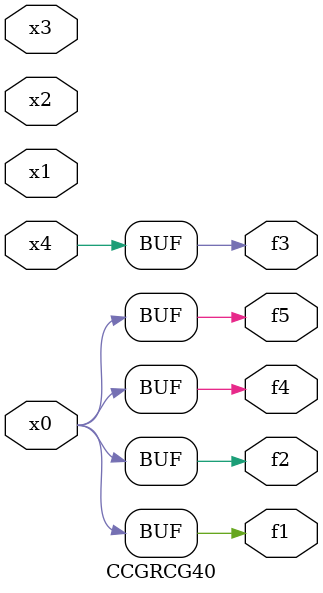
<source format=v>
module CCGRCG40(
	input x0, x1, x2, x3, x4,
	output f1, f2, f3, f4, f5
);
	assign f1 = x0;
	assign f2 = x0;
	assign f3 = x4;
	assign f4 = x0;
	assign f5 = x0;
endmodule

</source>
